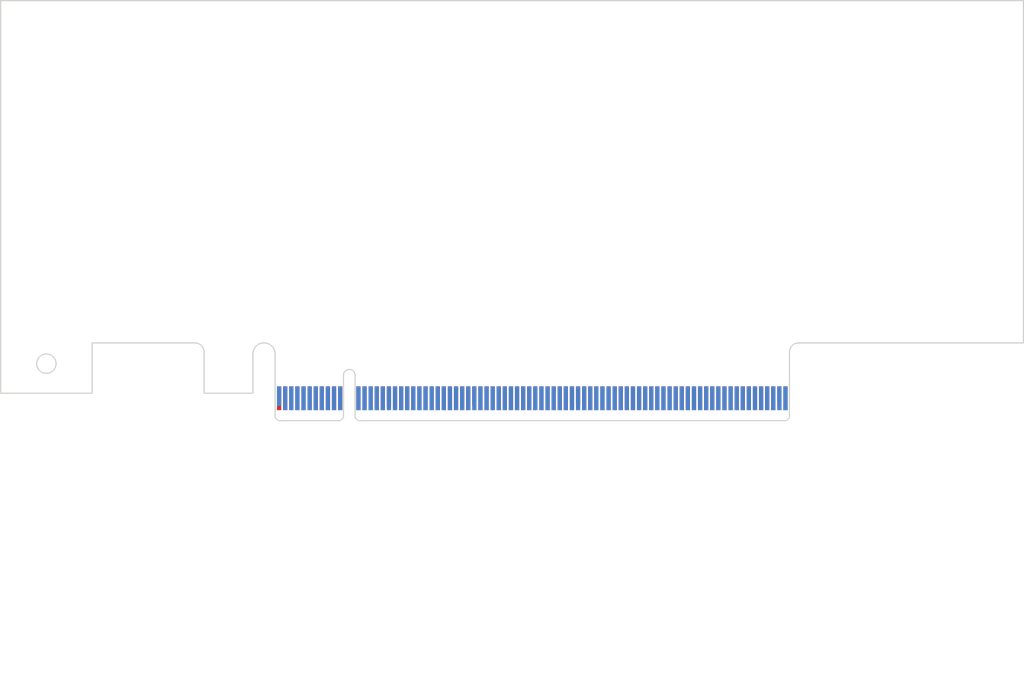
<source format=kicad_pcb>
(kicad_pcb (version 20211014) (generator pcbnew)
  (layers (0 "F.Cu" signal) (31 "B.Cu" signal) (34 "B.Paste" user) (35 "F.Paste" user) (36 "B.SilkS" user "B.Silkscreen") (37 "F.SilkS" user "F.Silkscreen") (38 "B.Mask" user) (39 "F.Mask" user) (44 "Edge.Cuts" user))
  (net 0 "")
  (net 1 "/~{PRSNT}")
  (net 2 "/+12V")
  (net 3 "GND")
  (net 4 "/JTAG_TCK")
  (net 5 "/JTAG_TDI")
  (net 6 "/JTAG_TDO")
  (net 7 "/JTAG_TMS")
  (net 8 "/+3V3")
  (net 9 "/~{PERST}")
  (net 10 "/RefClk_P")
  (net 11 "/RefClk_N")
  (net 12 "/PER0_P")
  (net 13 "/PER0_N")
  (net 14 "/SMCLK")
  (net 15 "/SMDAT")
  (net 16 "/+3V3_aux")
  (net 17 "/~{Wake}")
  (net 18 "/~{CLKREQ}")
  (net 19 "/PET0_P")
  (net 20 "/PET0_N")
  (net 22 "/PER1_P")
  (net 23 "/PER1_N")
  (net 24 "/PER2_P")
  (net 25 "/PER2_N")
  (net 26 "/PER3_P")
  (net 27 "/PER3_N")
  (net 29 "/~{JTAG_TRST}")
  (net 31 "/PET1_P")
  (net 32 "/PET1_N")
  (net 33 "/PET2_P")
  (net 34 "/PET2_N")
  (net 35 "/PET3_P")
  (net 36 "/PET3_N")
  (net 39 "/PER4_P")
  (net 40 "/PER4_N")
  (net 41 "/PER5_P")
  (net 42 "/PER5_N")
  (net 43 "/PER6_P")
  (net 44 "/PER6_N")
  (net 45 "/PER7_P")
  (net 46 "/PER7_N")
  (net 48 "/PET4_P")
  (net 49 "/PET4_N")
  (net 50 "/PET5_P")
  (net 51 "/PET5_N")
  (net 52 "/PET6_P")
  (net 53 "/PET6_N")
  (net 54 "/PET7_P")
  (net 55 "/PET7_N")
  (net 57 "/PER8_P")
  (net 58 "/PER8_N")
  (net 59 "/PER9_P")
  (net 60 "/PER9_N")
  (net 61 "/PER10_P")
  (net 62 "/PER10_N")
  (net 63 "/PER11_P")
  (net 64 "/PER11_N")
  (net 65 "/PER12_P")
  (net 66 "/PER12_N")
  (net 67 "/PER13_P")
  (net 68 "/PER13_N")
  (net 69 "/PER14_P")
  (net 70 "/PER14_N")
  (net 71 "/PER15_P")
  (net 72 "/PER15_N")
  (net 74 "/PET8_P")
  (net 75 "/PET8_N")
  (net 76 "/PET9_P")
  (net 77 "/PET9_N")
  (net 78 "/PET10_P")
  (net 79 "/PET10_N")
  (net 80 "/PET11_P")
  (net 81 "/PET11_N")
  (net 82 "/PET12_P")
  (net 83 "/PET12_N")
  (net 84 "/PET13_P")
  (net 85 "/PET13_N")
  (net 86 "/PET14_P")
  (net 87 "/PET14_N")
  (net 88 "/PET15_P")
  (net 89 "/PET15_N")
  (footprint "Connector_PCIe:PCIe_x16_GoldFinger" (layer "B.Cu") (at 126 127.65 180)
    (fp_text reference "P1" hide)
    (fp_text value "PCIe_x16_Goldfinger")
    (pad "A1" smd rect (at 11.5 2.355 180) (size 0.7 3.2) (layers "B.Cu" "B.Mask") (net 1 "/~{PRSNT}"))
    (pad "A2" smd rect (at 10.5 2 180) (size 0.7 3.91) (layers "B.Cu" "B.Mask") (net 2 "/+12V"))
    (pad "A3" smd rect (at 9.5 2 180) (size 0.7 3.91) (layers "B.Cu" "B.Mask") (net 2 "/+12V"))
    (pad "A4" smd rect (at 8.5 2 180) (size 0.7 3.91) (layers "B.Cu" "B.Mask") (net 3 "GND"))
    (pad "A5" smd rect (at 7.5 2 180) (size 0.7 3.91) (layers "B.Cu" "B.Mask") (net 4 "/JTAG_TCK"))
    (pad "A6" smd rect (at 6.5 2 180) (size 0.7 3.91) (layers "B.Cu" "B.Mask") (net 5 "/JTAG_TDI"))
    (pad "A7" smd rect (at 5.5 2 180) (size 0.7 3.91) (layers "B.Cu" "B.Mask") (net 6 "/JTAG_TDO"))
    (pad "A8" smd rect (at 4.5 2 180) (size 0.7 3.91) (layers "B.Cu" "B.Mask") (net 7 "/JTAG_TMS"))
    (pad "A9" smd rect (at 3.5 2 180) (size 0.7 3.91) (layers "B.Cu" "B.Mask") (net 8 "/+3V3"))
    (pad "A10" smd rect (at 2.5 2 180) (size 0.7 3.91) (layers "B.Cu" "B.Mask") (net 8 "/+3V3"))
    (pad "A11" smd rect (at 1.5 2 180) (size 0.7 3.91) (layers "B.Cu" "B.Mask") (net 9 "/~{PERST}"))
    (pad "A12" smd rect (at -1.5 2 180) (size 0.7 3.91) (layers "B.Cu" "B.Mask") (net 3 "GND"))
    (pad "A13" smd rect (at -2.5 2 180) (size 0.7 3.91) (layers "B.Cu" "B.Mask") (net 10 "/RefClk_P"))
    (pad "A14" smd rect (at -3.5 2 180) (size 0.7 3.91) (layers "B.Cu" "B.Mask") (net 11 "/RefClk_N"))
    (pad "A15" smd rect (at -4.5 2 180) (size 0.7 3.91) (layers "B.Cu" "B.Mask") (net 3 "GND"))
    (pad "A16" smd rect (at -5.5 2 180) (size 0.7 3.91) (layers "B.Cu" "B.Mask") (net 12 "/PER0_P"))
    (pad "A17" smd rect (at -6.5 2 180) (size 0.7 3.91) (layers "B.Cu" "B.Mask") (net 13 "/PER0_N"))
    (pad "A18" smd rect (at -7.5 2 180) (size 0.7 3.91) (layers "B.Cu" "B.Mask") (net 3 "GND"))
    (pad "A19" smd rect (at -8.5 2 180) (size 0.7 3.91) (layers "B.Cu" "B.Mask"))
    (pad "A20" smd rect (at -9.5 2 180) (size 0.7 3.91) (layers "B.Cu" "B.Mask") (net 3 "GND"))
    (pad "A21" smd rect (at -10.5 2 180) (size 0.7 3.91) (layers "B.Cu" "B.Mask") (net 22 "/PER1_P"))
    (pad "A22" smd rect (at -11.5 2 180) (size 0.7 3.91) (layers "B.Cu" "B.Mask") (net 23 "/PER1_N"))
    (pad "A23" smd rect (at -12.5 2 180) (size 0.7 3.91) (layers "B.Cu" "B.Mask") (net 3 "GND"))
    (pad "A24" smd rect (at -13.5 2 180) (size 0.7 3.91) (layers "B.Cu" "B.Mask") (net 3 "GND"))
    (pad "A25" smd rect (at -14.5 2 180) (size 0.7 3.91) (layers "B.Cu" "B.Mask") (net 24 "/PER2_P"))
    (pad "A26" smd rect (at -15.5 2 180) (size 0.7 3.91) (layers "B.Cu" "B.Mask") (net 25 "/PER2_N"))
    (pad "A27" smd rect (at -16.5 2 180) (size 0.7 3.91) (layers "B.Cu" "B.Mask") (net 3 "GND"))
    (pad "A28" smd rect (at -17.5 2 180) (size 0.7 3.91) (layers "B.Cu" "B.Mask") (net 3 "GND"))
    (pad "A29" smd rect (at -18.5 2 180) (size 0.7 3.91) (layers "B.Cu" "B.Mask") (net 26 "/PER3_P"))
    (pad "A30" smd rect (at -19.5 2 180) (size 0.7 3.91) (layers "B.Cu" "B.Mask") (net 27 "/PER3_N"))
    (pad "A31" smd rect (at -20.5 2 180) (size 0.7 3.91) (layers "B.Cu" "B.Mask") (net 3 "GND"))
    (pad "A32" smd rect (at -21.5 2 180) (size 0.7 3.91) (layers "B.Cu" "B.Mask"))
    (pad "A33" smd rect (at -22.5 2 180) (size 0.7 3.91) (layers "B.Cu" "B.Mask"))
    (pad "A34" smd rect (at -23.5 2 180) (size 0.7 3.91) (layers "B.Cu" "B.Mask") (net 3 "GND"))
    (pad "A35" smd rect (at -24.5 2 180) (size 0.7 3.91) (layers "B.Cu" "B.Mask") (net 39 "/PER4_P"))
    (pad "A36" smd rect (at -25.5 2 180) (size 0.7 3.91) (layers "B.Cu" "B.Mask") (net 40 "/PER4_N"))
    (pad "A37" smd rect (at -26.5 2 180) (size 0.7 3.91) (layers "B.Cu" "B.Mask") (net 3 "GND"))
    (pad "A38" smd rect (at -27.5 2 180) (size 0.7 3.91) (layers "B.Cu" "B.Mask") (net 3 "GND"))
    (pad "A39" smd rect (at -28.5 2 180) (size 0.7 3.91) (layers "B.Cu" "B.Mask") (net 41 "/PER5_P"))
    (pad "A40" smd rect (at -29.5 2 180) (size 0.7 3.91) (layers "B.Cu" "B.Mask") (net 42 "/PER5_N"))
    (pad "A41" smd rect (at -30.5 2 180) (size 0.7 3.91) (layers "B.Cu" "B.Mask") (net 3 "GND"))
    (pad "A42" smd rect (at -31.5 2 180) (size 0.7 3.91) (layers "B.Cu" "B.Mask") (net 3 "GND"))
    (pad "A43" smd rect (at -32.5 2 180) (size 0.7 3.91) (layers "B.Cu" "B.Mask") (net 43 "/PER6_P"))
    (pad "A44" smd rect (at -33.5 2 180) (size 0.7 3.91) (layers "B.Cu" "B.Mask") (net 44 "/PER6_N"))
    (pad "A45" smd rect (at -34.5 2 180) (size 0.7 3.91) (layers "B.Cu" "B.Mask") (net 3 "GND"))
    (pad "A46" smd rect (at -35.5 2 180) (size 0.7 3.91) (layers "B.Cu" "B.Mask") (net 3 "GND"))
    (pad "A47" smd rect (at -36.5 2 180) (size 0.7 3.91) (layers "B.Cu" "B.Mask") (net 45 "/PER7_P"))
    (pad "A48" smd rect (at -37.5 2 180) (size 0.7 3.91) (layers "B.Cu" "B.Mask") (net 46 "/PER7_N"))
    (pad "A49" smd rect (at -38.5 2 180) (size 0.7 3.91) (layers "B.Cu" "B.Mask") (net 3 "GND"))
    (pad "A50" smd rect (at -39.5 2 180) (size 0.7 3.91) (layers "B.Cu" "B.Mask"))
    (pad "A51" smd rect (at -40.5 2 180) (size 0.7 3.91) (layers "B.Cu" "B.Mask") (net 3 "GND"))
    (pad "A52" smd rect (at -41.5 2 180) (size 0.7 3.91) (layers "B.Cu" "B.Mask") (net 57 "/PER8_P"))
    (pad "A53" smd rect (at -42.5 2 180) (size 0.7 3.91) (layers "B.Cu" "B.Mask") (net 58 "/PER8_N"))
    (pad "A54" smd rect (at -43.5 2 180) (size 0.7 3.91) (layers "B.Cu" "B.Mask") (net 3 "GND"))
    (pad "A55" smd rect (at -44.5 2 180) (size 0.7 3.91) (layers "B.Cu" "B.Mask") (net 3 "GND"))
    (pad "A56" smd rect (at -45.5 2 180) (size 0.7 3.91) (layers "B.Cu" "B.Mask") (net 59 "/PER9_P"))
    (pad "A57" smd rect (at -46.5 2 180) (size 0.7 3.91) (layers "B.Cu" "B.Mask") (net 60 "/PER9_N"))
    (pad "A58" smd rect (at -47.5 2 180) (size 0.7 3.91) (layers "B.Cu" "B.Mask") (net 3 "GND"))
    (pad "A59" smd rect (at -48.5 2 180) (size 0.7 3.91) (layers "B.Cu" "B.Mask") (net 3 "GND"))
    (pad "A60" smd rect (at -49.5 2 180) (size 0.7 3.91) (layers "B.Cu" "B.Mask") (net 61 "/PER10_P"))
    (pad "A61" smd rect (at -50.5 2 180) (size 0.7 3.91) (layers "B.Cu" "B.Mask") (net 62 "/PER10_N"))
    (pad "A62" smd rect (at -51.5 2 180) (size 0.7 3.91) (layers "B.Cu" "B.Mask") (net 3 "GND"))
    (pad "A63" smd rect (at -52.5 2 180) (size 0.7 3.91) (layers "B.Cu" "B.Mask") (net 3 "GND"))
    (pad "A64" smd rect (at -53.5 2 180) (size 0.7 3.91) (layers "B.Cu" "B.Mask") (net 63 "/PER11_P"))
    (pad "A65" smd rect (at -54.5 2 180) (size 0.7 3.91) (layers "B.Cu" "B.Mask") (net 64 "/PER11_N"))
    (pad "A66" smd rect (at -55.5 2 180) (size 0.7 3.91) (layers "B.Cu" "B.Mask") (net 3 "GND"))
    (pad "A67" smd rect (at -56.5 2 180) (size 0.7 3.91) (layers "B.Cu" "B.Mask") (net 3 "GND"))
    (pad "A68" smd rect (at -57.5 2 180) (size 0.7 3.91) (layers "B.Cu" "B.Mask") (net 65 "/PER12_P"))
    (pad "A69" smd rect (at -58.5 2 180) (size 0.7 3.91) (layers "B.Cu" "B.Mask") (net 66 "/PER12_N"))
    (pad "A70" smd rect (at -59.5 2 180) (size 0.7 3.91) (layers "B.Cu" "B.Mask") (net 3 "GND"))
    (pad "A71" smd rect (at -60.5 2 180) (size 0.7 3.91) (layers "B.Cu" "B.Mask") (net 3 "GND"))
    (pad "A72" smd rect (at -61.5 2 180) (size 0.7 3.91) (layers "B.Cu" "B.Mask") (net 67 "/PER13_P"))
    (pad "A73" smd rect (at -62.5 2 180) (size 0.7 3.91) (layers "B.Cu" "B.Mask") (net 68 "/PER13_N"))
    (pad "A74" smd rect (at -63.5 2 180) (size 0.7 3.91) (layers "B.Cu" "B.Mask") (net 3 "GND"))
    (pad "A75" smd rect (at -64.5 2 180) (size 0.7 3.91) (layers "B.Cu" "B.Mask") (net 3 "GND"))
    (pad "A76" smd rect (at -65.5 2 180) (size 0.7 3.91) (layers "B.Cu" "B.Mask") (net 69 "/PER14_P"))
    (pad "A77" smd rect (at -66.5 2 180) (size 0.7 3.91) (layers "B.Cu" "B.Mask") (net 70 "/PER14_N"))
    (pad "A78" smd rect (at -67.5 2 180) (size 0.7 3.91) (layers "B.Cu" "B.Mask") (net 3 "GND"))
    (pad "A79" smd rect (at -68.5 2 180) (size 0.7 3.91) (layers "B.Cu" "B.Mask") (net 3 "GND"))
    (pad "A80" smd rect (at -69.5 2 180) (size 0.7 3.91) (layers "B.Cu" "B.Mask") (net 71 "/PER15_P"))
    (pad "A81" smd rect (at -70.5 2 180) (size 0.7 3.91) (layers "B.Cu" "B.Mask") (net 72 "/PER15_N"))
    (pad "A82" smd rect (at -71.5 2 180) (size 0.7 3.91) (layers "B.Cu" "B.Mask") (net 3 "GND"))
    (pad "B1" smd rect (at 11.5 2 180) (size 0.7 3.91) (layers "F.Cu" "F.Mask") (net 2 "/+12V"))
    (pad "B2" smd rect (at 10.5 2 180) (size 0.7 3.91) (layers "F.Cu" "F.Mask") (net 2 "/+12V"))
    (pad "B3" smd rect (at 9.5 2 180) (size 0.7 3.91) (layers "F.Cu" "F.Mask") (net 2 "/+12V"))
    (pad "B4" smd rect (at 8.5 2 180) (size 0.7 3.91) (layers "F.Cu" "F.Mask") (net 3 "GND"))
    (pad "B5" smd rect (at 7.5 2 180) (size 0.7 3.91) (layers "F.Cu" "F.Mask") (net 14 "/SMCLK"))
    (pad "B6" smd rect (at 6.5 2 180) (size 0.7 3.91) (layers "F.Cu" "F.Mask") (net 15 "/SMDAT"))
    (pad "B7" smd rect (at 5.5 2 180) (size 0.7 3.91) (layers "F.Cu" "F.Mask") (net 3 "GND"))
    (pad "B8" smd rect (at 4.5 2 180) (size 0.7 3.91) (layers "F.Cu" "F.Mask") (net 8 "/+3V3"))
    (pad "B9" smd rect (at 3.5 2 180) (size 0.7 3.91) (layers "F.Cu" "F.Mask") (net 29 "/~{JTAG_TRST}"))
    (pad "B10" smd rect (at 2.5 2 180) (size 0.7 3.91) (layers "F.Cu" "F.Mask") (net 16 "/+3V3_aux"))
    (pad "B11" smd rect (at 1.5 2 180) (size 0.7 3.91) (layers "F.Cu" "F.Mask") (net 17 "/~{Wake}"))
    (pad "B12" smd rect (at -1.5 2 180) (size 0.7 3.91) (layers "F.Cu" "F.Mask") (net 18 "/~{CLKREQ}"))
    (pad "B13" smd rect (at -2.5 2 180) (size 0.7 3.91) (layers "F.Cu" "F.Mask") (net 3 "GND"))
    (pad "B14" smd rect (at -3.5 2 180) (size 0.7 3.91) (layers "F.Cu" "F.Mask") (net 19 "/PET0_P"))
    (pad "B15" smd rect (at -4.5 2 180) (size 0.7 3.91) (layers "F.Cu" "F.Mask") (net 20 "/PET0_N"))
    (pad "B16" smd rect (at -5.5 2 180) (size 0.7 3.91) (layers "F.Cu" "F.Mask") (net 3 "GND"))
    (pad "B17" smd rect (at -6.5 2.355 180) (size 0.7 3.2) (layers "F.Cu" "F.Mask"))
    (pad "B18" smd rect (at -7.5 2 180) (size 0.7 3.91) (layers "F.Cu" "F.Mask") (net 3 "GND"))
    (pad "B19" smd rect (at -8.5 2 180) (size 0.7 3.91) (layers "F.Cu" "F.Mask") (net 31 "/PET1_P"))
    (pad "B20" smd rect (at -9.5 2 180) (size 0.7 3.91) (layers "F.Cu" "F.Mask") (net 32 "/PET1_N"))
    (pad "B21" smd rect (at -10.5 2 180) (size 0.7 3.91) (layers "F.Cu" "F.Mask") (net 3 "GND"))
    (pad "B22" smd rect (at -11.5 2 180) (size 0.7 3.91) (layers "F.Cu" "F.Mask") (net 3 "GND"))
    (pad "B23" smd rect (at -12.5 2 180) (size 0.7 3.91) (layers "F.Cu" "F.Mask") (net 33 "/PET2_P"))
    (pad "B24" smd rect (at -13.5 2 180) (size 0.7 3.91) (layers "F.Cu" "F.Mask") (net 34 "/PET2_N"))
    (pad "B25" smd rect (at -14.5 2 180) (size 0.7 3.91) (layers "F.Cu" "F.Mask") (net 3 "GND"))
    (pad "B26" smd rect (at -15.5 2 180) (size 0.7 3.91) (layers "F.Cu" "F.Mask") (net 3 "GND"))
    (pad "B27" smd rect (at -16.5 2 180) (size 0.7 3.91) (layers "F.Cu" "F.Mask") (net 35 "/PET3_P"))
    (pad "B28" smd rect (at -17.5 2 180) (size 0.7 3.91) (layers "F.Cu" "F.Mask") (net 36 "/PET3_N"))
    (pad "B29" smd rect (at -18.5 2 180) (size 0.7 3.91) (layers "F.Cu" "F.Mask") (net 3 "GND"))
    (pad "B30" smd rect (at -19.5 2 180) (size 0.7 3.91) (layers "F.Cu" "F.Mask"))
    (pad "B31" smd rect (at -20.5 2.355 180) (size 0.7 3.2) (layers "F.Cu" "F.Mask"))
    (pad "B32" smd rect (at -21.5 2 180) (size 0.7 3.91) (layers "F.Cu" "F.Mask") (net 3 "GND"))
    (pad "B33" smd rect (at -22.5 2 180) (size 0.7 3.91) (layers "F.Cu" "F.Mask") (net 48 "/PET4_P"))
    (pad "B34" smd rect (at -23.5 2 180) (size 0.7 3.91) (layers "F.Cu" "F.Mask") (net 49 "/PET4_N"))
    (pad "B35" smd rect (at -24.5 2 180) (size 0.7 3.91) (layers "F.Cu" "F.Mask") (net 3 "GND"))
    (pad "B36" smd rect (at -25.5 2 180) (size 0.7 3.91) (layers "F.Cu" "F.Mask") (net 3 "GND"))
    (pad "B37" smd rect (at -26.5 2 180) (size 0.7 3.91) (layers "F.Cu" "F.Mask") (net 50 "/PET5_P"))
    (pad "B38" smd rect (at -27.5 2 180) (size 0.7 3.91) (layers "F.Cu" "F.Mask") (net 51 "/PET5_N"))
    (pad "B39" smd rect (at -28.5 2 180) (size 0.7 3.91) (layers "F.Cu" "F.Mask") (net 3 "GND"))
    (pad "B40" smd rect (at -29.5 2 180) (size 0.7 3.91) (layers "F.Cu" "F.Mask") (net 3 "GND"))
    (pad "B41" smd rect (at -30.5 2 180) (size 0.7 3.91) (layers "F.Cu" "F.Mask") (net 52 "/PET6_P"))
    (pad "B42" smd rect (at -31.5 2 180) (size 0.7 3.91) (layers "F.Cu" "F.Mask") (net 53 "/PET6_N"))
    (pad "B43" smd rect (at -32.5 2 180) (size 0.7 3.91) (layers "F.Cu" "F.Mask") (net 3 "GND"))
    (pad "B44" smd rect (at -33.5 2 180) (size 0.7 3.91) (layers "F.Cu" "F.Mask") (net 3 "GND"))
    (pad "B45" smd rect (at -34.5 2 180) (size 0.7 3.91) (layers "F.Cu" "F.Mask") (net 54 "/PET7_P"))
    (pad "B46" smd rect (at -35.5 2 180) (size 0.7 3.91) (layers "F.Cu" "F.Mask") (net 55 "/PET7_N"))
    (pad "B47" smd rect (at -36.5 2 180) (size 0.7 3.91) (layers "F.Cu" "F.Mask") (net 3 "GND"))
    (pad "B48" smd rect (at -37.5 2.355 180) (size 0.7 3.2) (layers "F.Cu" "F.Mask"))
    (pad "B49" smd rect (at -38.5 2 180) (size 0.7 3.91) (layers "F.Cu" "F.Mask") (net 3 "GND"))
    (pad "B50" smd rect (at -39.5 2 180) (size 0.7 3.91) (layers "F.Cu" "F.Mask") (net 74 "/PET8_P"))
    (pad "B51" smd rect (at -40.5 2 180) (size 0.7 3.91) (layers "F.Cu" "F.Mask") (net 75 "/PET8_N"))
    (pad "B52" smd rect (at -41.5 2 180) (size 0.7 3.91) (layers "F.Cu" "F.Mask") (net 3 "GND"))
    (pad "B53" smd rect (at -42.5 2 180) (size 0.7 3.91) (layers "F.Cu" "F.Mask") (net 3 "GND"))
    (pad "B54" smd rect (at -43.5 2 180) (size 0.7 3.91) (layers "F.Cu" "F.Mask") (net 76 "/PET9_P"))
    (pad "B55" smd rect (at -44.5 2 180) (size 0.7 3.91) (layers "F.Cu" "F.Mask") (net 77 "/PET9_N"))
    (pad "B56" smd rect (at -45.5 2 180) (size 0.7 3.91) (layers "F.Cu" "F.Mask") (net 3 "GND"))
    (pad "B57" smd rect (at -46.5 2 180) (size 0.7 3.91) (layers "F.Cu" "F.Mask") (net 3 "GND"))
    (pad "B58" smd rect (at -47.5 2 180) (size 0.7 3.91) (layers "F.Cu" "F.Mask") (net 78 "/PET10_P"))
    (pad "B59" smd rect (at -48.5 2 180) (size 0.7 3.91) (layers "F.Cu" "F.Mask") (net 79 "/PET10_N"))
    (pad "B60" smd rect (at -49.5 2 180) (size 0.7 3.91) (layers "F.Cu" "F.Mask") (net 3 "GND"))
    (pad "B61" smd rect (at -50.5 2 180) (size 0.7 3.91) (layers "F.Cu" "F.Mask") (net 3 "GND"))
    (pad "B62" smd rect (at -51.5 2 180) (size 0.7 3.91) (layers "F.Cu" "F.Mask") (net 80 "/PET11_P"))
    (pad "B63" smd rect (at -52.5 2 180) (size 0.7 3.91) (layers "F.Cu" "F.Mask") (net 81 "/PET11_N"))
    (pad "B64" smd rect (at -53.5 2 180) (size 0.7 3.91) (layers "F.Cu" "F.Mask") (net 3 "GND"))
    (pad "B65" smd rect (at -54.5 2 180) (size 0.7 3.91) (layers "F.Cu" "F.Mask") (net 3 "GND"))
    (pad "B66" smd rect (at -55.5 2 180) (size 0.7 3.91) (layers "F.Cu" "F.Mask") (net 82 "/PET12_P"))
    (pad "B67" smd rect (at -56.5 2 180) (size 0.7 3.91) (layers "F.Cu" "F.Mask") (net 83 "/PET12_N"))
    (pad "B68" smd rect (at -57.5 2 180) (size 0.7 3.91) (layers "F.Cu" "F.Mask") (net 3 "GND"))
    (pad "B69" smd rect (at -58.5 2 180) (size 0.7 3.91) (layers "F.Cu" "F.Mask") (net 3 "GND"))
    (pad "B70" smd rect (at -59.5 2 180) (size 0.7 3.91) (layers "F.Cu" "F.Mask") (net 84 "/PET13_P"))
    (pad "B71" smd rect (at -60.5 2 180) (size 0.7 3.91) (layers "F.Cu" "F.Mask") (net 85 "/PET13_N"))
    (pad "B72" smd rect (at -61.5 2 180) (size 0.7 3.91) (layers "F.Cu" "F.Mask") (net 3 "GND"))
    (pad "B73" smd rect (at -62.5 2 180) (size 0.7 3.91) (layers "F.Cu" "F.Mask") (net 3 "GND"))
    (pad "B74" smd rect (at -63.5 2 180) (size 0.7 3.91) (layers "F.Cu" "F.Mask") (net 86 "/PET14_P"))
    (pad "B75" smd rect (at -64.5 2 180) (size 0.7 3.91) (layers "F.Cu" "F.Mask") (net 87 "/PET14_N"))
    (pad "B76" smd rect (at -65.5 2 180) (size 0.7 3.91) (layers "F.Cu" "F.Mask") (net 3 "GND"))
    (pad "B77" smd rect (at -66.5 2 180) (size 0.7 3.91) (layers "F.Cu" "F.Mask") (net 3 "GND"))
    (pad "B78" smd rect (at -67.5 2 180) (size 0.7 3.91) (layers "F.Cu" "F.Mask") (net 88 "/PET15_P"))
    (pad "B79" smd rect (at -68.5 2 180) (size 0.7 3.91) (layers "F.Cu" "F.Mask") (net 89 "/PET15_N"))
    (pad "B80" smd rect (at -69.5 2 180) (size 0.7 3.91) (layers "F.Cu" "F.Mask") (net 3 "GND"))
    (pad "B81" smd rect (at -70.5 2.355 180) (size 0.7 3.2) (layers "F.Cu" "F.Mask") (net 1 "/~{PRSNT}"))
    (pad "B82" smd rect (at -71.5 2 180) (size 0.7 3.91) (layers "F.Cu" "F.Mask"))
  )
  (gr_line locked (start 110.2 124.815) (end 110.2 118.39) (layer "Edge.Cuts") (width 0.2))
  (gr_line locked (start 236.5 60.415) (end 68.85 60.415) (layer "Edge.Cuts") (width 0.2))
  (gr_line locked (start 124.55 129.315) (end 125.05 128.815) (layer "Edge.Cuts") (width 0.2))
  (gr_arc locked (start 110.2 118.39) (mid 112.025 116.565) (end 113.85 118.39) (layer "Edge.Cuts") (width 0.2))
  (gr_line locked (start 102.2 118.065) (end 102.2 124.815) (layer "Edge.Cuts") (width 0.2))
  (gr_line locked (start 236.5 116.565) (end 236.5 60.415) (layer "Edge.Cuts") (width 0.2))
  (gr_arc locked (start 125.05 121.865) (mid 126 120.915) (end 126.95 121.865) (layer "Edge.Cuts") (width 0.2))
  (gr_line locked (start 125.05 128.815) (end 125.05 121.865) (layer "Edge.Cuts") (width 0.2))
  (gr_line locked (start 197.65 129.315) (end 198.15 128.815) (layer "Edge.Cuts") (width 0.2))
  (gr_line locked (start 83.85 124.815) (end 68.85 124.815) (layer "Edge.Cuts") (width 0.2))
  (gr_arc locked (start 100.7 116.565) (mid 101.76066 117.00434) (end 102.2 118.065) (layer "Edge.Cuts") (width 0.2))
  (gr_line locked (start 113.85 118.39) (end 113.85 128.815) (layer "Edge.Cuts") (width 0.2))
  (gr_line locked (start 126.95 128.815) (end 126.95 121.865) (layer "Edge.Cuts") (width 0.2))
  (gr_line locked (start 199.65 116.565) (end 236.5 116.565) (layer "Edge.Cuts") (width 0.2))
  (gr_line locked (start 114.35 129.315) (end 124.55 129.315) (layer "Edge.Cuts") (width 0.2))
  (gr_arc locked (start 198.15 118.065) (mid 198.58934 117.00434) (end 199.65 116.565) (layer "Edge.Cuts") (width 0.2))
  (gr_line locked (start 126.95 128.815) (end 127.45 129.315) (layer "Edge.Cuts") (width 0.2))
  (gr_line locked (start 113.85 128.815) (end 114.35 129.315) (layer "Edge.Cuts") (width 0.2))
  (gr_line locked (start 83.85 116.565) (end 83.85 124.815) (layer "Edge.Cuts") (width 0.2))
  (gr_line locked (start 102.2 124.815) (end 110.2 124.815) (layer "Edge.Cuts") (width 0.2))
  (gr_line locked (start 127.45 129.315) (end 197.65 129.315) (layer "Edge.Cuts") (width 0.2))
  (gr_line locked (start 198.15 128.815) (end 198.15 118.065) (layer "Edge.Cuts") (width 0.2))
  (gr_circle locked (center 76.35 119.965) (end 77.94 119.965) (layer "Edge.Cuts") (width 0.2) (fill none))
  (gr_line locked (start 68.85 60.415) (end 68.85 124.815) (layer "Edge.Cuts") (width 0.2))
  (gr_line locked (start 83.85 116.565) (end 100.7 116.565) (layer "Edge.Cuts") (width 0.2))
)
</source>
